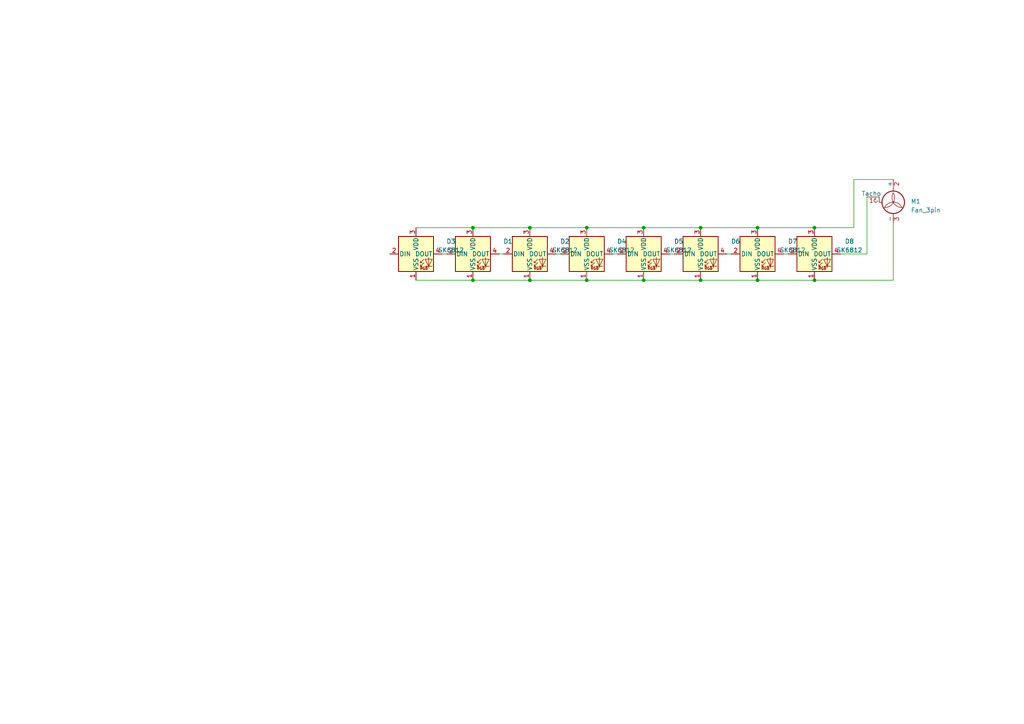
<source format=kicad_sch>
(kicad_sch (version 20230121) (generator eeschema)
  (paper "A4")
  (lib_symbols
    (symbol "LED:SK6812" (pin_names (offset 0.254))
      (property "Reference" "D" (at 5.08 5.715 0))
      (property "Value" "SK6812" (at 1.27 -5.715 0))
      (symbol "SK6812_0_0"
        (text "RGB" (at 2.286 -4.191 0) (effects (font (size 0.762 0.762))))
      )
      (symbol "SK6812_0_1"
        (polyline (pts (xy 1.27 -3.556) (xy 1.778 -3.556)))
        (polyline (pts (xy 1.27 -2.54) (xy 1.778 -2.54)))
        (polyline (pts (xy 4.699 -3.556) (xy 2.667 -3.556)))
        (polyline (pts (xy 2.286 -2.54) (xy 1.27 -3.556) (xy 1.27 -3.048)))
        (polyline (pts (xy 2.286 -1.524) (xy 1.27 -2.54) (xy 1.27 -2.032)))
        (polyline (pts (xy 3.683 -1.016) (xy 3.683 -3.556) (xy 3.683 -4.064)))
        (polyline (pts (xy 4.699 -1.524) (xy 2.667 -1.524) (xy 3.683 -3.556) (xy 4.699 -1.524)))
        (rectangle (start 5.08 5.08) (end -5.08 -5.08) (stroke (width 0.254)) (fill (type background)))
      )
      (symbol "SK6812_1_1"
        (pin power_in line (at 0 -7.62 90) (length 2.54) (name "VSS") (number "1"))
        (pin input line (at -7.62 0 0) (length 2.54) (name "DIN") (number "2"))
        (pin power_in line (at 0 7.62 270) (length 2.54) (name "VDD") (number "3"))
        (pin output line (at 7.62 0 180) (length 2.54) (name "DOUT") (number "4"))
      )
    )
    (symbol "Motor:Fan_3pin" (pin_names (offset 0))
      (property "Reference" "M" (at 2.54 2.54 0))
      (property "Value" "Fan_3pin" (at 2.54 -5.08 0))
      (symbol "Fan_3pin_0_0"
        (arc (start -5.588 -1.016) (mid -5.08 -1.5218) (end -4.572 -1.016))
        (arc (start -5.08 -0.508) (mid -5.4392 -0.6568) (end -5.588 -1.016))
        (polyline (pts (xy -5.08 -0.508) (xy -5.334 -0.381)))
        (polyline (pts (xy -5.08 -0.508) (xy -5.207 -0.762)))
        (polyline (pts (xy -4.064 0) (xy -4.064 -1.524) (xy -3.302 -1.524)))
      )
      (symbol "Fan_3pin_0_1"
        (arc (start -2.54 -3.048) (mid 0.0028 -1.6279) (end 0 1.27))
        (circle (center 0 -1.524) (radius 3.2512) (stroke (width 0.254)))
        (polyline (pts (xy -4.064 0) (xy -5.08 0)))
        (polyline (pts (xy 0 -7.62) (xy 0 -7.112)))
        (polyline (pts (xy 0 -4.7752) (xy 0 -5.1816)))
        (polyline (pts (xy 0 1.7272) (xy 0 2.0828)))
        (polyline (pts (xy 0 2.032) (xy 0 2.54)))
        (arc (start 0 1.27) (mid 0.053 -1.619) (end 2.54 -3.048))
        (arc (start 2.54 -3.048) (mid 0 -1.4782) (end -2.54 -3.048))
      )
      (symbol "Fan_3pin_1_1"
        (pin passive line (at -7.62 0 0) (length 2.54) (name "Tacho") (number "1"))
        (pin passive line (at 0 5.08 270) (length 2.54) (name "+") (number "2"))
        (pin passive line (at 0 -7.62 90) (length 2.54) (name "-") (number "3"))
      )
    )
  )
  (junction (at 170.18 66.04))
  (junction (at 153.67 81.28))
  (junction (at 137.16 81.28))
  (junction (at 236.22 66.04))
  (junction (at 219.71 66.04))
  (junction (at 153.67 66.04))
  (junction (at 219.71 81.28))
  (junction (at 236.22 81.28))
  (junction (at 186.69 66.04))
  (junction (at 203.2 81.28))
  (junction (at 137.16 66.04))
  (junction (at 203.2 66.04))
  (junction (at 186.69 81.28))
  (junction (at 170.18 81.28))
  (wire (pts (xy 259.08 81.28) (xy 259.08 64.77)))
  (wire (pts (xy 251.46 73.66) (xy 251.46 57.15)))
  (wire (pts (xy 120.65 81.28) (xy 137.16 81.28)))
  (wire (pts (xy 170.18 81.28) (xy 186.69 81.28)))
  (wire (pts (xy 186.69 66.04) (xy 203.2 66.04)))
  (wire (pts (xy 227.33 73.66) (xy 228.6 73.66)))
  (wire (pts (xy 194.31 73.66) (xy 195.58 73.66)))
  (wire (pts (xy 170.18 66.04) (xy 186.69 66.04)))
  (wire (pts (xy 128.27 73.66) (xy 129.54 73.66)))
  (wire (pts (xy 161.29 73.66) (xy 162.56 73.66)))
  (wire (pts (xy 177.8 73.66) (xy 179.07 73.66)))
  (wire (pts (xy 243.84 73.66) (xy 251.46 73.66)))
  (wire (pts (xy 219.71 81.28) (xy 236.22 81.28)))
  (wire (pts (xy 219.71 66.04) (xy 236.22 66.04)))
  (wire (pts (xy 153.67 81.28) (xy 170.18 81.28)))
  (wire (pts (xy 137.16 81.28) (xy 153.67 81.28)))
  (wire (pts (xy 203.2 81.28) (xy 219.71 81.28)))
  (wire (pts (xy 247.65 52.07) (xy 259.08 52.07)))
  (wire (pts (xy 236.22 81.28) (xy 259.08 81.28)))
  (wire (pts (xy 236.22 66.04) (xy 247.65 66.04)))
  (wire (pts (xy 153.67 66.04) (xy 170.18 66.04)))
  (wire (pts (xy 210.82 73.66) (xy 212.09 73.66)))
  (wire (pts (xy 186.69 81.28) (xy 203.2 81.28)))
  (wire (pts (xy 144.78 73.66) (xy 146.05 73.66)))
  (wire (pts (xy 247.65 66.04) (xy 247.65 52.07)))
  (wire (pts (xy 203.2 66.04) (xy 219.71 66.04)))
  (wire (pts (xy 137.16 66.04) (xy 153.67 66.04)))
  (wire (pts (xy 120.65 66.04) (xy 137.16 66.04)))
  (symbol (lib_id "LED:SK6812") (at 186.69 73.66 0) (unit 1)
    (property "Reference" "D5" (at 196.85 70.0121 0))
    (property "Value" "SK6812" (at 196.85 72.5521 0))
    (property "Footprint" "LED_SMD:LED_SK6812_PLCC4_5.0x5.0mm_P3.2mm" (effects hide))
    (property "Datasheet" "https://cdn-shop.adafruit.com/product-files/1138/SK6812+LED+datasheet+.pdf" (effects hide))
  )
  (symbol (lib_id "LED:SK6812") (at 120.65 73.66 0) (unit 1)
    (property "Reference" "D3" (at 130.81 70.0121 0))
    (property "Value" "SK6812" (at 130.81 72.5521 0))
    (property "Footprint" "LED_SMD:LED_SK6812_PLCC4_5.0x5.0mm_P3.2mm" (effects hide))
    (property "Datasheet" "https://cdn-shop.adafruit.com/product-files/1138/SK6812+LED+datasheet+.pdf" (effects hide))
  )
  (symbol (lib_id "LED:SK6812") (at 137.16 73.66 0) (unit 1)
    (property "Reference" "D1" (at 147.32 70.0121 0))
    (property "Value" "SK6812" (effects hide))
    (property "Footprint" "LED_SMD:LED_SK6812_PLCC4_5.0x5.0mm_P3.2mm" (effects hide))
    (property "Datasheet" "https://cdn-shop.adafruit.com/product-files/1138/SK6812+LED+datasheet+.pdf" (effects hide))
  )
  (symbol (lib_id "LED:SK6812") (at 219.71 73.66 0) (unit 1)
    (property "Reference" "D7" (at 229.87 70.0121 0))
    (property "Value" "SK6812" (at 229.87 72.5521 0))
    (property "Footprint" "LED_SMD:LED_SK6812_PLCC4_5.0x5.0mm_P3.2mm" (effects hide))
    (property "Datasheet" "https://cdn-shop.adafruit.com/product-files/1138/SK6812+LED+datasheet+.pdf" (effects hide))
  )
  (symbol (lib_id "LED:SK6812") (at 203.2 73.66 0) (unit 1)
    (property "Reference" "D6" (at 213.36 70.0121 0))
    (property "Value" "SK6812" (effects hide))
    (property "Footprint" "LED_SMD:LED_SK6812_PLCC4_5.0x5.0mm_P3.2mm" (effects hide))
    (property "Datasheet" "https://cdn-shop.adafruit.com/product-files/1138/SK6812+LED+datasheet+.pdf" (effects hide))
  )
  (symbol (lib_id "LED:SK6812") (at 170.18 73.66 0) (unit 1)
    (property "Reference" "D4" (at 180.34 70.0121 0))
    (property "Value" "SK6812" (at 180.34 72.5521 0))
    (property "Footprint" "LED_SMD:LED_SK6812_PLCC4_5.0x5.0mm_P3.2mm" (effects hide))
    (property "Datasheet" "https://cdn-shop.adafruit.com/product-files/1138/SK6812+LED+datasheet+.pdf" (effects hide))
  )
  (symbol (lib_id "LED:SK6812") (at 153.67 73.66 0) (unit 1)
    (property "Reference" "D2" (at 163.83 70.0121 0))
    (property "Value" "SK6812" (at 163.83 72.5521 0))
    (property "Footprint" "LED_SMD:LED_SK6812_PLCC4_5.0x5.0mm_P3.2mm" (effects hide))
    (property "Datasheet" "https://cdn-shop.adafruit.com/product-files/1138/SK6812+LED+datasheet+.pdf" (effects hide))
  )
  (symbol (lib_id "Motor:Fan_3pin") (at 259.08 57.15 0) (unit 1)
    (property "Reference" "M1" (at 264.16 58.42 0) (effects (justify left)))
    (property "Value" "Fan_3pin" (at 264.16 60.96 0) (effects (justify left)))
    (property "Footprint" "Connector:FanPinHeader_1x03_P2.54mm_Vertical" (effects hide))
    (property "Datasheet" "http://www.hardwarecanucks.com/forum/attachments/new-builds/16287d1330775095-help-chassis-power-fan-connectors-motherboard-asus_p8z68.jpg" (effects hide))
  )
  (symbol (lib_id "LED:SK6812") (at 236.22 73.66 0) (unit 1)
    (property "Reference" "D8" (at 246.38 70.0121 0))
    (property "Value" "SK6812" (at 246.38 72.5521 0))
    (property "Footprint" "LED_SMD:LED_SK6812_PLCC4_5.0x5.0mm_P3.2mm" (effects hide))
    (property "Datasheet" "https://cdn-shop.adafruit.com/product-files/1138/SK6812+LED+datasheet+.pdf" (effects hide))
  )
)
</source>
